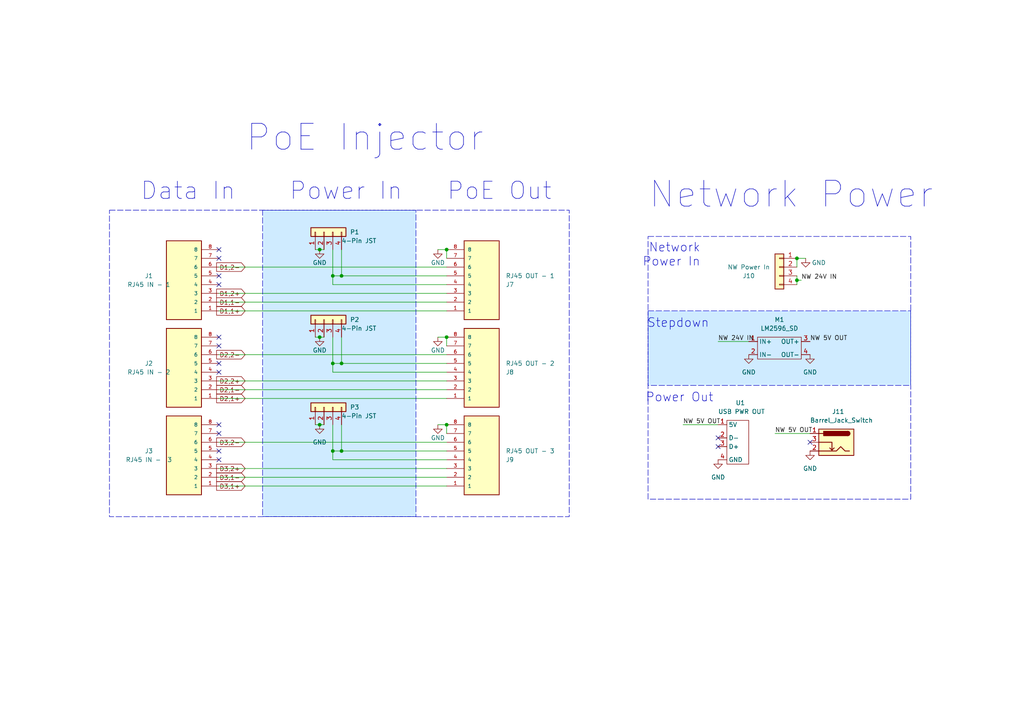
<source format=kicad_sch>
(kicad_sch (version 20230121) (generator eeschema)
  (paper "A4")
  (title_block (title "PoE Injector") (date "2024-01-30") (rev "v0.1") (company "AusOcean"))
  (lib_symbols
    (symbol "AusOcean:CRJ032-1-TH" (pin_names (offset 1.016))
      (property "Reference" "J" (at -5.08 11.43 0))
      (property "Value" "CRJ032-1-TH" (at -5.08 -15.24 0))
      (symbol "CRJ032-1-TH_0_0"
        (rectangle (start -5.08 -12.7) (end 5.08 10.16) (stroke (width 0.254)) (fill (type background)))
        (pin passive line (at -10.16 7.62 0) (length 5.08) (name "1") (number "1"))
        (pin passive line (at -10.16 5.08 0) (length 5.08) (name "2") (number "2"))
        (pin passive line (at -10.16 2.54 0) (length 5.08) (name "3") (number "3"))
        (pin passive line (at -10.16 0 0) (length 5.08) (name "4") (number "4"))
        (pin passive line (at -10.16 -2.54 0) (length 5.08) (name "5") (number "5"))
        (pin passive line (at -10.16 -5.08 0) (length 5.08) (name "6") (number "6"))
        (pin passive line (at -10.16 -7.62 0) (length 5.08) (name "7") (number "7"))
        (pin passive line (at -10.16 -10.16 0) (length 5.08) (name "8") (number "8"))
      )
    )
    (symbol "AusOcean:LM2596_SD"
      (property "Reference" "M" (at 6.35 3.81 0))
      (property "Value" "LM2596_SD" (at 6.35 1.27 0))
      (symbol "LM2596_SD_0_1"
        (rectangle (start 0 0) (end 12.7 -6.35))
      )
      (symbol "LM2596_SD_1_1"
        (pin power_in line (at -2.54 -1.27 0) (length 2.54) (name "IN+") (number "1"))
        (pin power_in line (at -2.54 -5.08 0) (length 2.54) (name "IN-") (number "2"))
        (pin power_out line (at 15.24 -1.27 180) (length 2.54) (name "OUT+") (number "3"))
        (pin power_out line (at 15.24 -5.08 180) (length 2.54) (name "OUT-") (number "4"))
      )
    )
    (symbol "AusOcean:USB_A_2.0"
      (property "Reference" "U1" (at 7.62 -5.0799 0))
      (property "Value" "USB_A_2.0" (at 7.62 -7.6199 0))
      (symbol "USB_A_2.0_0_1"
        (rectangle (start 0 0) (end 6.35 -12.7))
      )
      (symbol "USB_A_2.0_1_1"
        (pin power_in line (at -2.54 -1.27 0) (length 2.54) (name "5V") (number "1"))
        (pin bidirectional line (at -2.54 -5.08 0) (length 2.54) (name "D-") (number "2"))
        (pin bidirectional line (at -2.54 -7.62 0) (length 2.54) (name "D+") (number "3"))
        (pin power_in line (at -2.54 -11.43 0) (length 2.54) (name "GND") (number "4"))
      )
    )
    (symbol "Connector:Barrel_Jack_Switch" (pin_names hide)
      (property "Reference" "J" (at 0 5.334 0))
      (property "Value" "Barrel_Jack_Switch" (at 0 -5.08 0))
      (symbol "Barrel_Jack_Switch_0_1"
        (rectangle (start -5.08 3.81) (end 5.08 -3.81) (stroke (width 0.254)) (fill (type background)))
        (arc (start -3.302 3.175) (mid -3.9343 2.54) (end -3.302 1.905) (stroke (width 0.254)))
        (arc (start -3.302 3.175) (mid -3.9343 2.54) (end -3.302 1.905) (stroke (width 0.254)) (fill (type outline)))
        (polyline (pts (xy 1.27 -2.286) (xy 1.905 -1.651)) (stroke (width 0.254)))
        (polyline (pts (xy 5.08 2.54) (xy 3.81 2.54)) (stroke (width 0.254)))
        (polyline (pts (xy 5.08 0) (xy 1.27 0) (xy 1.27 -2.286) (xy 0.635 -1.651)) (stroke (width 0.254)))
        (polyline (pts (xy -3.81 -2.54) (xy -2.54 -2.54) (xy -1.27 -1.27) (xy 0 -2.54) (xy 2.54 -2.54) (xy 5.08 -2.54)) (stroke (width 0.254)))
        (rectangle (start 3.683 3.175) (end -3.302 1.905) (stroke (width 0.254)) (fill (type outline)))
      )
      (symbol "Barrel_Jack_Switch_1_1"
        (pin passive line (at 7.62 2.54 180) (length 2.54) (name "~") (number "1"))
        (pin passive line (at 7.62 -2.54 180) (length 2.54) (name "~") (number "2"))
        (pin passive line (at 7.62 0 180) (length 2.54) (name "~") (number "3"))
      )
    )
    (symbol "Connector_Generic:Conn_01x04" (pin_names (offset 1.016) hide)
      (property "Reference" "J" (at 0 5.08 0))
      (property "Value" "Conn_01x04" (at 0 -7.62 0))
      (symbol "Conn_01x04_1_1"
        (rectangle (start -1.27 -4.953) (end 0 -5.207) (stroke (width 0.1524)))
        (rectangle (start -1.27 -2.413) (end 0 -2.667) (stroke (width 0.1524)))
        (rectangle (start -1.27 0.127) (end 0 -0.127) (stroke (width 0.1524)))
        (rectangle (start -1.27 2.667) (end 0 2.413) (stroke (width 0.1524)))
        (rectangle (start -1.27 3.81) (end 1.27 -6.35) (stroke (width 0.254)) (fill (type background)))
        (pin passive line (at -5.08 2.54 0) (length 3.81) (name "Pin_1") (number "1"))
        (pin passive line (at -5.08 0 0) (length 3.81) (name "Pin_2") (number "2"))
        (pin passive line (at -5.08 -2.54 0) (length 3.81) (name "Pin_3") (number "3"))
        (pin passive line (at -5.08 -5.08 0) (length 3.81) (name "Pin_4") (number "4"))
      )
    )
    (symbol "power:GND" (power) (pin_names (offset 0))
      (property "Value" "GND" (at 0 -3.81 0))
      (symbol "GND_0_1"
        (polyline (pts (xy 0 0) (xy 0 -1.27) (xy 1.27 -1.27) (xy 0 -2.54) (xy -1.27 -1.27) (xy 0 -1.27)))
      )
      (symbol "GND_1_1"
        (pin power_in line (at 0 0 270) (length 0) hide (name "GND") (number "1"))
      )
    )
  )
  (junction (at 231.14 81.28))
  (junction (at 129.54 72.39))
  (junction (at 96.52 130.81))
  (junction (at 129.54 97.79))
  (junction (at 99.06 130.81))
  (junction (at 99.06 80.01))
  (junction (at 96.52 80.01))
  (junction (at 231.14 74.93))
  (junction (at 129.54 123.19))
  (junction (at 96.52 105.41))
  (junction (at 92.71 72.39))
  (junction (at 92.71 97.79))
  (junction (at 99.06 105.41))
  (junction (at 92.71 123.19))
  (no_connect (at 63.5 107.95))
  (no_connect (at 63.5 123.19))
  (no_connect (at 63.5 125.73))
  (no_connect (at 63.5 72.39))
  (no_connect (at 63.5 130.81))
  (no_connect (at 63.5 100.33))
  (no_connect (at 208.28 127))
  (no_connect (at 208.28 129.54))
  (no_connect (at 63.5 82.55))
  (no_connect (at 234.95 128.27))
  (no_connect (at 63.5 97.79))
  (no_connect (at 63.5 80.01))
  (no_connect (at 63.5 74.93))
  (no_connect (at 63.5 133.35))
  (no_connect (at 63.5 105.41))
  (wire (pts (xy 127 123.19) (xy 129.54 123.19)))
  (wire (pts (xy 96.52 133.35) (xy 129.54 133.35)))
  (wire (pts (xy 63.5 135.89) (xy 129.54 135.89)))
  (wire (pts (xy 127 97.79) (xy 129.54 97.79)))
  (wire (pts (xy 63.5 77.47) (xy 129.54 77.47)))
  (wire (pts (xy 63.5 128.27) (xy 129.54 128.27)))
  (wire (pts (xy 99.06 80.01) (xy 96.52 80.01)))
  (wire (pts (xy 99.06 105.41) (xy 99.06 97.79)))
  (wire (pts (xy 63.5 115.57) (xy 129.54 115.57)))
  (wire (pts (xy 99.06 130.81) (xy 96.52 130.81)))
  (wire (pts (xy 93.98 97.79) (xy 92.71 97.79)))
  (wire (pts (xy 129.54 123.19) (xy 129.54 125.73)))
  (wire (pts (xy 63.5 85.09) (xy 129.54 85.09)))
  (wire (pts (xy 127 72.39) (xy 129.54 72.39)))
  (wire (pts (xy 63.5 102.87) (xy 129.54 102.87)))
  (wire (pts (xy 63.5 140.97) (xy 129.54 140.97)))
  (wire (pts (xy 63.5 113.03) (xy 129.54 113.03)))
  (wire (pts (xy 96.52 105.41) (xy 96.52 107.95)))
  (wire (pts (xy 231.14 74.93) (xy 233.68 74.93)))
  (wire (pts (xy 96.52 130.81) (xy 96.52 123.19)))
  (wire (pts (xy 96.52 107.95) (xy 129.54 107.95)))
  (wire (pts (xy 63.5 138.43) (xy 129.54 138.43)))
  (wire (pts (xy 93.98 72.39) (xy 92.71 72.39)))
  (wire (pts (xy 99.06 105.41) (xy 96.52 105.41)))
  (wire (pts (xy 92.71 97.79) (xy 91.44 97.79)))
  (wire (pts (xy 63.5 87.63) (xy 129.54 87.63)))
  (wire (pts (xy 208.28 99.06) (xy 217.17 99.06)))
  (wire (pts (xy 99.06 80.01) (xy 99.06 72.39)))
  (wire (pts (xy 99.06 130.81) (xy 129.54 130.81)))
  (wire (pts (xy 231.14 81.28) (xy 231.14 82.55)))
  (wire (pts (xy 198.12 123.19) (xy 208.28 123.19)))
  (wire (pts (xy 99.06 80.01) (xy 129.54 80.01)))
  (wire (pts (xy 99.06 130.81) (xy 99.06 123.19)))
  (wire (pts (xy 99.06 105.41) (xy 129.54 105.41)))
  (wire (pts (xy 96.52 82.55) (xy 129.54 82.55)))
  (wire (pts (xy 63.5 110.49) (xy 129.54 110.49)))
  (wire (pts (xy 231.14 74.93) (xy 231.14 77.47)))
  (wire (pts (xy 63.5 90.17) (xy 129.54 90.17)))
  (wire (pts (xy 231.14 81.28) (xy 231.14 80.01)))
  (wire (pts (xy 129.54 97.79) (xy 129.54 100.33)))
  (wire (pts (xy 96.52 105.41) (xy 96.52 97.79)))
  (wire (pts (xy 93.98 123.19) (xy 92.71 123.19)))
  (wire (pts (xy 232.41 81.28) (xy 231.14 81.28)))
  (wire (pts (xy 96.52 80.01) (xy 96.52 72.39)))
  (wire (pts (xy 96.52 130.81) (xy 96.52 133.35)))
  (wire (pts (xy 92.71 72.39) (xy 91.44 72.39)))
  (wire (pts (xy 92.71 123.19) (xy 91.44 123.19)))
  (wire (pts (xy 96.52 80.01) (xy 96.52 82.55)))
  (wire (pts (xy 129.54 72.39) (xy 129.54 74.93)))
  (wire (pts (xy 224.79 125.73) (xy 234.95 125.73)))
  (rectangle (start 187.96 90.17) (end 264.16 111.76) (stroke (width 0) (type dash)) (fill (type color) (color 207 235 255 1)))
  (rectangle (start 31.75 60.96) (end 165.1 149.86) (stroke (width 0) (type dash)))
  (rectangle (start 187.96 68.58) (end 264.16 144.78) (stroke (width 0) (type dash)))
  (rectangle (start 76.2 60.96) (end 120.65 149.86) (stroke (width 0) (type dash)) (fill (type color) (color 207 235 255 1)))
  (text "PoE Out\n" (at 129.54 58.42 0) (effects (font (size 5 5)) (justify left bottom)))
  (text "Power Out" (at 207.01 116.84 0) (effects (font (size 2.54 2.54)) (justify right bottom)))
  (text "Stepdown" (at 205.74 95.25 0) (effects (font (size 2.54 2.54)) (justify right bottom)))
  (text "Network Power" (at 187.96 60.96 0) (effects (font (size 7.5 7.5)) (justify left bottom)))
  (text "Network\nPower In\n" (at 203.2 77.47 0) (effects (font (size 2.54 2.54)) (justify right bottom)))
  (text "Data In\n" (at 40.64 58.42 0) (effects (font (size 5 5)) (justify left bottom)))
  (text "PoE Injector" (at 71.12 44.45 0) (effects (font (size 7.5 7.5)) (justify left bottom)))
  (text "Power In\n" (at 83.82 58.42 0) (effects (font (size 5 5)) (justify left bottom)))
  (label "NW 5V OUT" (at 224.79 125.73 0))
  (label "NW 5V OUT" (at 234.95 99.06 0))
  (label "NW 24V IN" (at 208.28 99.06 0))
  (label "NW 24V IN" (at 232.41 81.28 0))
  (label "NW 5V OUT" (at 198.12 123.19 0))
  (global_label "D3,2-" (shape input) (at 71.12 128.27 180) (property "Intersheetrefs" "${INTERSHEET_REFS}" (effects hide)))
  (global_label "D1,2+" (shape input) (at 71.12 85.09 180) (property "Intersheetrefs" "${INTERSHEET_REFS}" (effects hide)))
  (global_label "D2,2-" (shape input) (at 71.12 102.87 180) (property "Intersheetrefs" "${INTERSHEET_REFS}" (effects hide)))
  (global_label "D2,1+" (shape input) (at 71.12 115.57 180) (property "Intersheetrefs" "${INTERSHEET_REFS}" (effects hide)))
  (global_label "D1,1+" (shape input) (at 71.12 90.17 180) (property "Intersheetrefs" "${INTERSHEET_REFS}" (effects hide)))
  (global_label "D3,1-" (shape input) (at 71.12 138.43 180) (property "Intersheetrefs" "${INTERSHEET_REFS}" (effects hide)))
  (global_label "D1,1-" (shape input) (at 71.12 87.63 180) (property "Intersheetrefs" "${INTERSHEET_REFS}" (effects hide)))
  (global_label "D1,2-" (shape input) (at 71.12 77.47 180) (property "Intersheetrefs" "${INTERSHEET_REFS}" (effects hide)))
  (global_label "D3,1+" (shape input) (at 71.12 140.97 180) (property "Intersheetrefs" "${INTERSHEET_REFS}" (effects hide)))
  (global_label "D2,2+" (shape input) (at 71.12 110.49 180) (property "Intersheetrefs" "${INTERSHEET_REFS}" (effects hide)))
  (global_label "D2,1-" (shape input) (at 71.12 113.03 180) (property "Intersheetrefs" "${INTERSHEET_REFS}" (effects hide)))
  (global_label "D3,2+" (shape input) (at 71.12 135.89 180) (property "Intersheetrefs" "${INTERSHEET_REFS}" (effects hide)))
  (symbol (lib_id "AusOcean:CRJ032-1-TH") (at 139.7 82.55 0) (mirror x) (unit 1)
    (property "Reference" "J7" (at 146.685 82.55 0) (effects (justify left)))
    (property "Value" "RJ45 OUT - 1" (at 146.685 80.01 0) (effects (justify left)))
    (property "Footprint" "AusOcean:RJ45_Socket" (effects hide))
    (property "PARTREV" "1.0" (effects hide))
    (property "STANDARD" "Manufacturer Recommendations" (effects hide))
    (property "MANUFACTURER" "CUI Devices" (effects hide))
    (property "MAXIMUM_PACKAGE_HEIGHT" "14.75mm" (effects hide))
  )
  (symbol (lib_id "power:GND") (at 92.71 123.19 0) (unit 1)
    (property "Reference" "#PWR011" (effects hide))
    (property "Value" "GND" (at 92.71 128.27 0))
  )
  (symbol (lib_id "power:GND") (at 127 72.39 0) (unit 1)
    (property "Reference" "#PWR09" (effects hide))
    (property "Value" "GND" (at 127 76.2 0))
  )
  (symbol (lib_id "AusOcean:CRJ032-1-TH") (at 53.34 133.35 180) (unit 1)
    (property "Reference" "J3" (at 43.18 130.81 0))
    (property "Value" "RJ45 IN -  3" (at 43.18 133.35 0))
    (property "Footprint" "AusOcean:RJ45_Socket" (effects hide))
    (property "PARTREV" "1.0" (effects hide))
    (property "STANDARD" "Manufacturer Recommendations" (effects hide))
    (property "MANUFACTURER" "CUI Devices" (effects hide))
    (property "MAXIMUM_PACKAGE_HEIGHT" "14.75mm" (effects hide))
  )
  (symbol (lib_id "AusOcean:CRJ032-1-TH") (at 53.34 107.95 180) (unit 1)
    (property "Reference" "J2" (at 43.18 105.41 0))
    (property "Value" "RJ45 IN - 2" (at 43.18 107.95 0))
    (property "Footprint" "AusOcean:RJ45_Socket" (effects hide))
    (property "PARTREV" "1.0" (effects hide))
    (property "STANDARD" "Manufacturer Recommendations" (effects hide))
    (property "MANUFACTURER" "CUI Devices" (effects hide))
    (property "MAXIMUM_PACKAGE_HEIGHT" "14.75mm" (effects hide))
  )
  (symbol (lib_id "Connector_Generic:Conn_01x04") (at 226.06 77.47 0) (mirror y) (unit 1)
    (property "Reference" "J10" (at 217.17 80.01 0))
    (property "Value" "NW Power In" (at 217.17 77.47 0))
    (property "Footprint" "Connector_JST:JST_EH_B4B-EH-A_1x04_P2.50mm_Vertical" (effects hide))
  )
  (symbol (lib_id "power:GND") (at 234.95 102.87 0) (unit 1)
    (property "Reference" "#PWR03" (effects hide))
    (property "Value" "GND" (at 234.95 107.95 0))
  )
  (symbol (lib_id "AusOcean:CRJ032-1-TH") (at 139.7 133.35 0) (mirror x) (unit 1)
    (property "Reference" "J9" (at 146.685 133.35 0) (effects (justify left)))
    (property "Value" "RJ45 OUT - 3" (at 146.685 130.81 0) (effects (justify left)))
    (property "Footprint" "AusOcean:RJ45_Socket" (effects hide))
    (property "PARTREV" "1.0" (effects hide))
    (property "STANDARD" "Manufacturer Recommendations" (effects hide))
    (property "MANUFACTURER" "CUI Devices" (effects hide))
    (property "MAXIMUM_PACKAGE_HEIGHT" "14.75mm" (effects hide))
  )
  (symbol (lib_id "Connector:Barrel_Jack_Switch") (at 242.57 128.27 0) (mirror y) (unit 1)
    (property "Reference" "J11" (at 241.3 119.38 0) (effects (justify right)))
    (property "Value" "Barrel_Jack_Switch" (at 234.95 121.92 0) (effects (justify right)))
    (property "Footprint" "AusOcean:Barrel_Jack" (effects hide))
  )
  (symbol (lib_id "power:GND") (at 127 97.79 0) (unit 1)
    (property "Reference" "#PWR07" (effects hide))
    (property "Value" "GND" (at 127 101.6 0))
  )
  (symbol (lib_id "power:GND") (at 208.28 133.35 0) (unit 1)
    (property "Reference" "#PWR04" (effects hide))
    (property "Value" "GND" (at 208.28 138.43 0))
  )
  (symbol (lib_id "power:GND") (at 233.68 74.93 0) (unit 1)
    (property "Reference" "#PWR01" (effects hide))
    (property "Value" "GND" (at 237.49 76.2 0))
  )
  (symbol (lib_id "Connector_Generic:Conn_01x04") (at 93.98 118.11 90) (unit 1)
    (property "Reference" "P3" (at 102.87 118.11 90))
    (property "Value" "4-Pin JST" (at 104.14 120.65 90))
    (property "Footprint" "Connector_JST:JST_EH_B4B-EH-A_1x04_P2.50mm_Vertical" (effects hide))
  )
  (symbol (lib_id "power:GND") (at 92.71 97.79 0) (unit 1)
    (property "Reference" "#PWR06" (effects hide))
    (property "Value" "GND" (at 92.71 101.6 0))
  )
  (symbol (lib_id "Connector_Generic:Conn_01x04") (at 93.98 92.71 90) (unit 1)
    (property "Reference" "P2" (at 102.87 92.71 90))
    (property "Value" "4-Pin JST" (at 104.14 95.25 90))
    (property "Footprint" "Connector_JST:JST_EH_B4B-EH-A_1x04_P2.50mm_Vertical" (effects hide))
  )
  (symbol (lib_id "AusOcean:USB_A_2.0") (at 210.82 121.92 0) (unit 1)
    (property "Reference" "U1" (at 213.36 116.84 0) (effects (justify left)))
    (property "Value" "USB PWR OUT" (at 208.28 119.38 0) (effects (justify left)))
    (property "Footprint" "AusOcean:USB_A_2.0_CONN" (effects hide))
  )
  (symbol (lib_id "AusOcean:CRJ032-1-TH") (at 53.34 82.55 180) (unit 1)
    (property "Reference" "J1" (at 43.18 80.01 0))
    (property "Value" "RJ45 IN - 1" (at 43.18 82.55 0))
    (property "Footprint" "AusOcean:RJ45_Socket" (effects hide))
    (property "PARTREV" "1.0" (effects hide))
    (property "STANDARD" "Manufacturer Recommendations" (effects hide))
    (property "MANUFACTURER" "CUI Devices" (effects hide))
    (property "MAXIMUM_PACKAGE_HEIGHT" "14.75mm" (effects hide))
  )
  (symbol (lib_id "power:GND") (at 127 123.19 0) (unit 1)
    (property "Reference" "#PWR010" (effects hide))
    (property "Value" "GND" (at 127 127 0))
  )
  (symbol (lib_id "Connector_Generic:Conn_01x04") (at 93.98 67.31 90) (unit 1)
    (property "Reference" "P1" (at 102.87 67.31 90))
    (property "Value" "4-Pin JST" (at 104.14 69.85 90))
    (property "Footprint" "Connector_JST:JST_EH_B4B-EH-A_1x04_P2.50mm_Vertical" (effects hide))
  )
  (symbol (lib_id "power:GND") (at 234.95 130.81 0) (unit 1)
    (property "Reference" "#PWR05" (effects hide))
    (property "Value" "GND" (at 234.95 135.89 0))
  )
  (symbol (lib_id "AusOcean:LM2596_SD") (at 219.71 97.79 0) (unit 1)
    (property "Reference" "M1" (at 226.06 92.71 0))
    (property "Value" "LM2596_SD" (at 226.06 95.25 0))
    (property "Footprint" "AusOcean:LM2596_Step_Down_Module" (effects hide))
  )
  (symbol (lib_id "power:GND") (at 217.17 102.87 0) (unit 1)
    (property "Reference" "#PWR02" (effects hide))
    (property "Value" "GND" (at 217.17 107.95 0))
  )
  (symbol (lib_id "power:GND") (at 92.71 72.39 0) (unit 1)
    (property "Reference" "#PWR08" (effects hide))
    (property "Value" "GND" (at 92.71 76.2 0))
  )
  (symbol (lib_id "AusOcean:CRJ032-1-TH") (at 139.7 107.95 0) (mirror x) (unit 1)
    (property "Reference" "J8" (at 146.685 107.95 0) (effects (justify left)))
    (property "Value" "RJ45 OUT - 2" (at 146.685 105.41 0) (effects (justify left)))
    (property "Footprint" "AusOcean:RJ45_Socket" (effects hide))
    (property "PARTREV" "1.0" (effects hide))
    (property "STANDARD" "Manufacturer Recommendations" (effects hide))
    (property "MANUFACTURER" "CUI Devices" (effects hide))
    (property "MAXIMUM_PACKAGE_HEIGHT" "14.75mm" (effects hide))
  )
)
</source>
